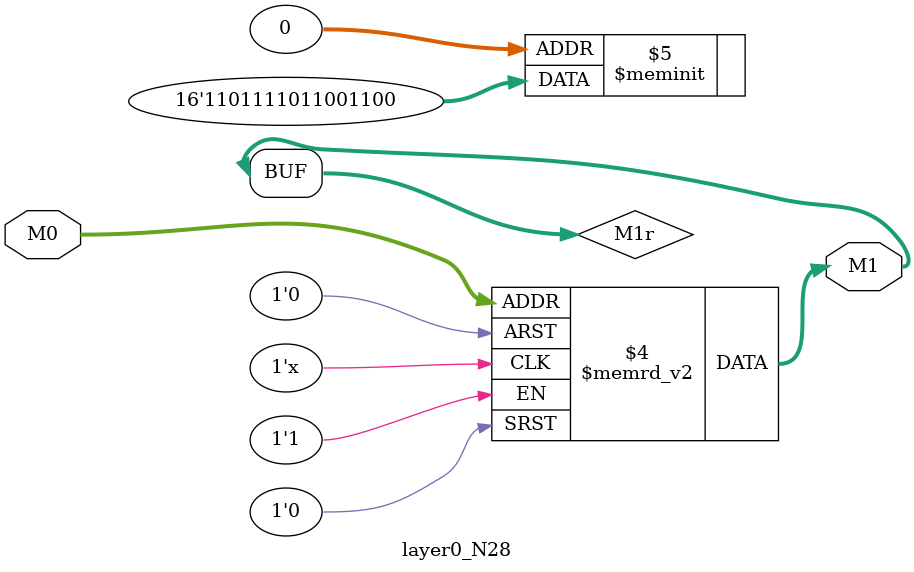
<source format=v>
module layer0_N28 ( input [2:0] M0, output [1:0] M1 );

	(*rom_style = "distributed" *) reg [1:0] M1r;
	assign M1 = M1r;
	always @ (M0) begin
		case (M0)
			3'b000: M1r = 2'b00;
			3'b100: M1r = 2'b10;
			3'b010: M1r = 2'b00;
			3'b110: M1r = 2'b01;
			3'b001: M1r = 2'b11;
			3'b101: M1r = 2'b11;
			3'b011: M1r = 2'b11;
			3'b111: M1r = 2'b11;

		endcase
	end
endmodule

</source>
